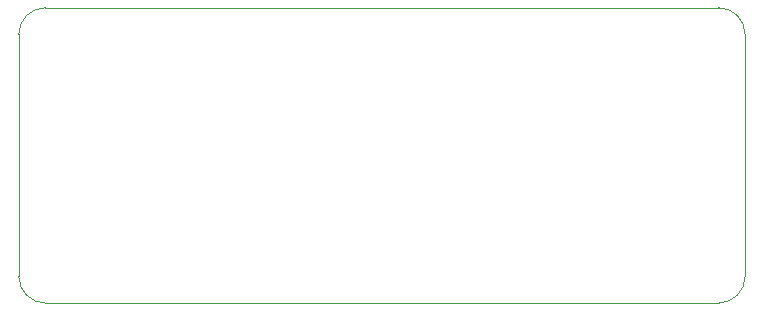
<source format=gm1>
G04 #@! TF.GenerationSoftware,KiCad,Pcbnew,(6.0.9)*
G04 #@! TF.CreationDate,2022-11-19T12:24:37+01:00*
G04 #@! TF.ProjectId,SAMD21 breakout,53414d44-3231-4206-9272-65616b6f7574,rev?*
G04 #@! TF.SameCoordinates,Original*
G04 #@! TF.FileFunction,Profile,NP*
%FSLAX46Y46*%
G04 Gerber Fmt 4.6, Leading zero omitted, Abs format (unit mm)*
G04 Created by KiCad (PCBNEW (6.0.9)) date 2022-11-19 12:24:37*
%MOMM*%
%LPD*%
G01*
G04 APERTURE LIST*
G04 #@! TA.AperFunction,Profile*
%ADD10C,0.100000*%
G04 #@! TD*
G04 APERTURE END LIST*
D10*
X37115200Y-2340000D02*
G75*
G03*
X39365200Y-90000I0J2250000D01*
G01*
X39365200Y-90000D02*
X39365200Y20410000D01*
X39365200Y20410000D02*
G75*
G03*
X37115200Y22660000I-2250000J0D01*
G01*
X-22134800Y-90000D02*
G75*
G03*
X-19884800Y-2340000I2250001J1D01*
G01*
X-19884800Y22660000D02*
G75*
G03*
X-22134800Y20410000I1J-2250001D01*
G01*
X37115200Y22660000D02*
X-19884800Y22660000D01*
X-19884800Y-2340000D02*
X37115200Y-2340000D01*
X-22134800Y20410000D02*
X-22134800Y-90000D01*
M02*

</source>
